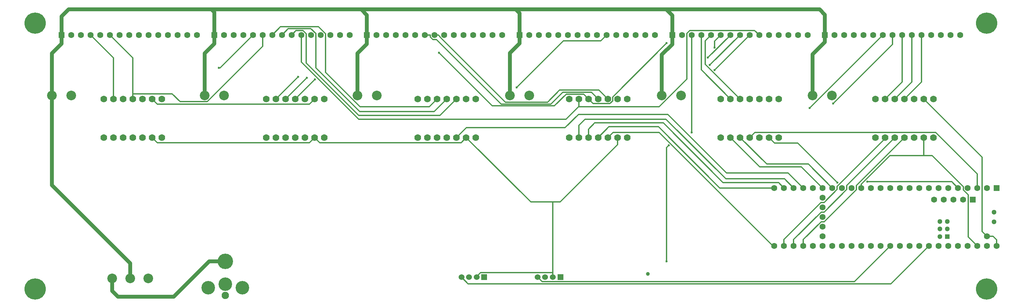
<source format=gbl>
%TF.GenerationSoftware,KiCad,Pcbnew,7.0.10-7.0.10~ubuntu22.04.1*%
%TF.CreationDate,2024-07-14T10:31:00-07:00*%
%TF.ProjectId,arena,6172656e-612e-46b6-9963-61645f706362,rev?*%
%TF.SameCoordinates,Original*%
%TF.FileFunction,Copper,L4,Bot*%
%TF.FilePolarity,Positive*%
%FSLAX46Y46*%
G04 Gerber Fmt 4.6, Leading zero omitted, Abs format (unit mm)*
G04 Created by KiCad (PCBNEW 7.0.10-7.0.10~ubuntu22.04.1) date 2024-07-14 10:31:00*
%MOMM*%
%LPD*%
G01*
G04 APERTURE LIST*
%TA.AperFunction,ComponentPad*%
%ADD10C,2.540000*%
%TD*%
%TA.AperFunction,ComponentPad*%
%ADD11R,1.600000X1.600000*%
%TD*%
%TA.AperFunction,ComponentPad*%
%ADD12C,1.600000*%
%TD*%
%TA.AperFunction,ComponentPad*%
%ADD13C,1.778000*%
%TD*%
%TA.AperFunction,ComponentPad*%
%ADD14C,3.556000*%
%TD*%
%TA.AperFunction,ComponentPad*%
%ADD15C,1.930400*%
%TD*%
%TA.AperFunction,ComponentPad*%
%ADD16C,4.064000*%
%TD*%
%TA.AperFunction,ComponentPad*%
%ADD17R,1.524000X1.524000*%
%TD*%
%TA.AperFunction,ComponentPad*%
%ADD18C,1.524000*%
%TD*%
%TA.AperFunction,ComponentPad*%
%ADD19C,5.600000*%
%TD*%
%TA.AperFunction,ComponentPad*%
%ADD20R,1.300000X1.300000*%
%TD*%
%TA.AperFunction,ComponentPad*%
%ADD21C,1.300000*%
%TD*%
%TA.AperFunction,ViaPad*%
%ADD22C,0.600000*%
%TD*%
%TA.AperFunction,ViaPad*%
%ADD23C,1.000000*%
%TD*%
%TA.AperFunction,Conductor*%
%ADD24C,0.300000*%
%TD*%
%TA.AperFunction,Conductor*%
%ADD25C,1.000000*%
%TD*%
G04 APERTURE END LIST*
D10*
%TO.P,C1,1*%
%TO.N,/VIN*%
X49460000Y-74000000D03*
%TO.P,C1,2*%
%TO.N,GND*%
X54540000Y-74000000D03*
%TD*%
%TO.P,C2,1*%
%TO.N,/VIN*%
X89530200Y-74000000D03*
%TO.P,C2,2*%
%TO.N,GND*%
X94610200Y-74000000D03*
%TD*%
%TO.P,C3,1*%
%TO.N,/VIN*%
X129680200Y-74000000D03*
%TO.P,C3,2*%
%TO.N,GND*%
X134760200Y-74000000D03*
%TD*%
%TO.P,C4,1*%
%TO.N,/VIN*%
X169710000Y-74000000D03*
%TO.P,C4,2*%
%TO.N,GND*%
X174790000Y-74000000D03*
%TD*%
%TO.P,C5,1*%
%TO.N,/VIN*%
X209630200Y-74000000D03*
%TO.P,C5,2*%
%TO.N,GND*%
X214710200Y-74000000D03*
%TD*%
D11*
%TO.P,P1,1*%
%TO.N,/VIN*%
X51970000Y-58100000D03*
D12*
%TO.P,P1,2*%
%TO.N,GND*%
X54510000Y-58100000D03*
%TO.P,P1,3*%
%TO.N,/RESET_PAN*%
X57050000Y-58100000D03*
%TO.P,P1,4*%
%TO.N,/SCK_0_5V*%
X59590000Y-58100000D03*
%TO.P,P1,5*%
%TO.N,/MOSI_0_5V*%
X62130000Y-58100000D03*
%TO.P,P1,6*%
%TO.N,/MISO_0_5V*%
X64670000Y-58100000D03*
%TO.P,P1,7*%
%TO.N,/CS_00_5V*%
X67210000Y-58100000D03*
%TO.P,P1,8*%
%TO.N,/CS_01_5V*%
X69750000Y-58100000D03*
%TO.P,P1,9*%
%TO.N,/CS_02_5V*%
X72290000Y-58100000D03*
%TO.P,P1,10*%
%TO.N,/CS_03_5V*%
X74830000Y-58100000D03*
%TO.P,P1,11*%
%TO.N,/CS_04_5V*%
X77370000Y-58100000D03*
%TO.P,P1,12*%
%TO.N,unconnected-(P1-Pad12)*%
X79910000Y-58100000D03*
%TO.P,P1,13*%
%TO.N,unconnected-(P1-Pad13)*%
X82450000Y-58100000D03*
%TO.P,P1,14*%
%TO.N,unconnected-(P1-Pad14)*%
X84990000Y-58100000D03*
%TO.P,P1,15*%
%TO.N,/EXT_INT_5V*%
X87530000Y-58100000D03*
%TD*%
D11*
%TO.P,P2,1*%
%TO.N,/VIN*%
X92070000Y-58100000D03*
D12*
%TO.P,P2,2*%
%TO.N,GND*%
X94610000Y-58100000D03*
%TO.P,P2,3*%
%TO.N,/RESET_PAN*%
X97150000Y-58100000D03*
%TO.P,P2,4*%
%TO.N,/SCK_0_5V*%
X99690000Y-58100000D03*
%TO.P,P2,5*%
%TO.N,/MOSI_0_5V*%
X102230000Y-58100000D03*
%TO.P,P2,6*%
%TO.N,/MISO_0_5V*%
X104770000Y-58100000D03*
%TO.P,P2,7*%
%TO.N,/CS_05_5V*%
X107310000Y-58100000D03*
%TO.P,P2,8*%
%TO.N,/CS_06_5V*%
X109850000Y-58100000D03*
%TO.P,P2,9*%
%TO.N,/CS_07_5V*%
X112390000Y-58100000D03*
%TO.P,P2,10*%
%TO.N,/CS_08_5V*%
X114930000Y-58100000D03*
%TO.P,P2,11*%
%TO.N,/CS_09_5V*%
X117470000Y-58100000D03*
%TO.P,P2,12*%
%TO.N,unconnected-(P2-Pad12)*%
X120010000Y-58100000D03*
%TO.P,P2,13*%
%TO.N,unconnected-(P2-Pad13)*%
X122550000Y-58100000D03*
%TO.P,P2,14*%
%TO.N,unconnected-(P2-Pad14)*%
X125090000Y-58100000D03*
%TO.P,P2,15*%
%TO.N,/EXT_INT_5V*%
X127630000Y-58100000D03*
%TD*%
D11*
%TO.P,P3,1*%
%TO.N,/VIN*%
X132170000Y-58100000D03*
D12*
%TO.P,P3,2*%
%TO.N,GND*%
X134710000Y-58100000D03*
%TO.P,P3,3*%
%TO.N,/RESET_PAN*%
X137250000Y-58100000D03*
%TO.P,P3,4*%
%TO.N,/SCK_0_5V*%
X139790000Y-58100000D03*
%TO.P,P3,5*%
%TO.N,/MOSI_0_5V*%
X142330000Y-58100000D03*
%TO.P,P3,6*%
%TO.N,/MISO_0_5V*%
X144870000Y-58100000D03*
%TO.P,P3,7*%
%TO.N,/CS_10_5V*%
X147410000Y-58100000D03*
%TO.P,P3,8*%
%TO.N,/CS_11_5V*%
X149950000Y-58100000D03*
%TO.P,P3,9*%
%TO.N,/CS_12_5V*%
X152490000Y-58100000D03*
%TO.P,P3,10*%
%TO.N,/CS_13_5V*%
X155030000Y-58100000D03*
%TO.P,P3,11*%
%TO.N,/CS_14_5V*%
X157570000Y-58100000D03*
%TO.P,P3,12*%
%TO.N,unconnected-(P3-Pad12)*%
X160110000Y-58100000D03*
%TO.P,P3,13*%
%TO.N,unconnected-(P3-Pad13)*%
X162650000Y-58100000D03*
%TO.P,P3,14*%
%TO.N,unconnected-(P3-Pad14)*%
X165190000Y-58100000D03*
%TO.P,P3,15*%
%TO.N,/EXT_INT_5V*%
X167730000Y-58100000D03*
%TD*%
D11*
%TO.P,P4,1*%
%TO.N,/VIN*%
X172270000Y-58100000D03*
D12*
%TO.P,P4,2*%
%TO.N,GND*%
X174810000Y-58100000D03*
%TO.P,P4,3*%
%TO.N,/RESET_PAN*%
X177350000Y-58100000D03*
%TO.P,P4,4*%
%TO.N,/SCK_1_5V*%
X179890000Y-58100000D03*
%TO.P,P4,5*%
%TO.N,/MOSI_1_5V*%
X182430000Y-58100000D03*
%TO.P,P4,6*%
%TO.N,/MISO_1_5V*%
X184970000Y-58100000D03*
%TO.P,P4,7*%
%TO.N,/CS_00_5V*%
X187510000Y-58100000D03*
%TO.P,P4,8*%
%TO.N,/CS_01_5V*%
X190050000Y-58100000D03*
%TO.P,P4,9*%
%TO.N,/CS_02_5V*%
X192590000Y-58100000D03*
%TO.P,P4,10*%
%TO.N,/CS_03_5V*%
X195130000Y-58100000D03*
%TO.P,P4,11*%
%TO.N,/CS_04_5V*%
X197670000Y-58100000D03*
%TO.P,P4,12*%
%TO.N,unconnected-(P4-Pad12)*%
X200210000Y-58100000D03*
%TO.P,P4,13*%
%TO.N,unconnected-(P4-Pad13)*%
X202750000Y-58100000D03*
%TO.P,P4,14*%
%TO.N,unconnected-(P4-Pad14)*%
X205290000Y-58100000D03*
%TO.P,P4,15*%
%TO.N,/EXT_INT_5V*%
X207830000Y-58100000D03*
%TD*%
D11*
%TO.P,P5,1*%
%TO.N,/VIN*%
X212370000Y-58100000D03*
D12*
%TO.P,P5,2*%
%TO.N,GND*%
X214910000Y-58100000D03*
%TO.P,P5,3*%
%TO.N,/RESET_PAN*%
X217450000Y-58100000D03*
%TO.P,P5,4*%
%TO.N,/SCK_1_5V*%
X219990000Y-58100000D03*
%TO.P,P5,5*%
%TO.N,/MOSI_1_5V*%
X222530000Y-58100000D03*
%TO.P,P5,6*%
%TO.N,/MISO_1_5V*%
X225070000Y-58100000D03*
%TO.P,P5,7*%
%TO.N,/CS_05_5V*%
X227610000Y-58100000D03*
%TO.P,P5,8*%
%TO.N,/CS_06_5V*%
X230150000Y-58100000D03*
%TO.P,P5,9*%
%TO.N,/CS_07_5V*%
X232690000Y-58100000D03*
%TO.P,P5,10*%
%TO.N,/CS_08_5V*%
X235230000Y-58100000D03*
%TO.P,P5,11*%
%TO.N,/CS_09_5V*%
X237770000Y-58100000D03*
%TO.P,P5,12*%
%TO.N,unconnected-(P5-Pad12)*%
X240310000Y-58100000D03*
%TO.P,P5,13*%
%TO.N,unconnected-(P5-Pad13)*%
X242850000Y-58100000D03*
%TO.P,P5,14*%
%TO.N,unconnected-(P5-Pad14)*%
X245390000Y-58100000D03*
%TO.P,P5,15*%
%TO.N,/EXT_INT_5V*%
X247930000Y-58100000D03*
%TD*%
D11*
%TO.P,P6,1*%
%TO.N,/VIN*%
X252470000Y-58100000D03*
D12*
%TO.P,P6,2*%
%TO.N,GND*%
X255010000Y-58100000D03*
%TO.P,P6,3*%
%TO.N,/RESET_PAN*%
X257550000Y-58100000D03*
%TO.P,P6,4*%
%TO.N,/SCK_1_5V*%
X260090000Y-58100000D03*
%TO.P,P6,5*%
%TO.N,/MOSI_1_5V*%
X262630000Y-58100000D03*
%TO.P,P6,6*%
%TO.N,/MISO_1_5V*%
X265170000Y-58100000D03*
%TO.P,P6,7*%
%TO.N,/CS_10_5V*%
X267710000Y-58100000D03*
%TO.P,P6,8*%
%TO.N,/CS_11_5V*%
X270250000Y-58100000D03*
%TO.P,P6,9*%
%TO.N,/CS_12_5V*%
X272790000Y-58100000D03*
%TO.P,P6,10*%
%TO.N,/CS_13_5V*%
X275330000Y-58100000D03*
%TO.P,P6,11*%
%TO.N,/CS_14_5V*%
X277870000Y-58100000D03*
%TO.P,P6,12*%
%TO.N,unconnected-(P6-Pad12)*%
X280410000Y-58100000D03*
%TO.P,P6,13*%
%TO.N,unconnected-(P6-Pad13)*%
X282950000Y-58100000D03*
%TO.P,P6,14*%
%TO.N,unconnected-(P6-Pad14)*%
X285490000Y-58100000D03*
%TO.P,P6,15*%
%TO.N,/EXT_INT_5V*%
X288030000Y-58100000D03*
%TD*%
D10*
%TO.P,SW1,1,A*%
%TO.N,/VIN_SW*%
X65250200Y-122200000D03*
%TO.P,SW1,2,B*%
%TO.N,/VIN*%
X70000000Y-122200000D03*
%TO.P,SW1,3,C*%
%TO.N,GND*%
X74749800Y-122200000D03*
%TD*%
D13*
%TO.P,U1,1,OE*%
%TO.N,unconnected-(U1-OE-Pad1)*%
X63060000Y-85080000D03*
%TO.P,U1,2,A1*%
%TO.N,/SCK_0_3V3*%
X65600000Y-85080000D03*
%TO.P,U1,3,A2*%
%TO.N,/MOSI_0_3V3*%
X68140000Y-85080000D03*
%TO.P,U1,4,A3*%
%TO.N,/MISO_0_3V3*%
X70680000Y-85080000D03*
%TO.P,U1,5,A4*%
%TO.N,unconnected-(U1-A4-Pad5)*%
X73220000Y-85080000D03*
%TO.P,U1,6,LV*%
%TO.N,/3V3*%
X75760000Y-85080000D03*
%TO.P,U1,7,GND*%
%TO.N,GND*%
X78300000Y-85080000D03*
%TO.P,U1,8,GND*%
X78300000Y-74920000D03*
%TO.P,U1,9,HV*%
%TO.N,/5V*%
X75760000Y-74920000D03*
%TO.P,U1,10,B4*%
%TO.N,unconnected-(U1-B4-Pad10)*%
X73220000Y-74920000D03*
%TO.P,U1,11,B3*%
%TO.N,/MISO_0_5V*%
X70680000Y-74920000D03*
%TO.P,U1,12,B2*%
%TO.N,/MOSI_0_5V*%
X68140000Y-74920000D03*
%TO.P,U1,13,B1*%
%TO.N,/SCK_0_5V*%
X65600000Y-74920000D03*
%TO.P,U1,14,OE*%
%TO.N,unconnected-(U1-OE-Pad14)*%
X63060000Y-74920000D03*
%TD*%
%TO.P,U2,1,OE*%
%TO.N,unconnected-(U2-OE-Pad1)*%
X225120000Y-85080000D03*
%TO.P,U2,2,A1*%
%TO.N,/SCK_1_3V3*%
X227660000Y-85080000D03*
%TO.P,U2,3,A2*%
%TO.N,/MOSI_1_3V3*%
X230200000Y-85080000D03*
%TO.P,U2,4,A3*%
%TO.N,/MISO_1_3V3*%
X232740000Y-85080000D03*
%TO.P,U2,5,A4*%
%TO.N,unconnected-(U2-A4-Pad5)*%
X235280000Y-85080000D03*
%TO.P,U2,6,LV*%
%TO.N,/3V3*%
X237820000Y-85080000D03*
%TO.P,U2,7,GND*%
%TO.N,GND*%
X240360000Y-85080000D03*
%TO.P,U2,8,GND*%
X240360000Y-74920000D03*
%TO.P,U2,9,HV*%
%TO.N,/5V*%
X237820000Y-74920000D03*
%TO.P,U2,10,B4*%
%TO.N,unconnected-(U2-B4-Pad10)*%
X235280000Y-74920000D03*
%TO.P,U2,11,B3*%
%TO.N,/MISO_1_5V*%
X232740000Y-74920000D03*
%TO.P,U2,12,B2*%
%TO.N,/MOSI_1_5V*%
X230200000Y-74920000D03*
%TO.P,U2,13,B1*%
%TO.N,/SCK_1_5V*%
X227660000Y-74920000D03*
%TO.P,U2,14,OE*%
%TO.N,unconnected-(U2-OE-Pad14)*%
X225120000Y-74920000D03*
%TD*%
%TO.P,U3,1,OE*%
%TO.N,unconnected-(U3-OE-Pad1)*%
X105740000Y-85080000D03*
%TO.P,U3,2,A1*%
%TO.N,/CS_00_3V3*%
X108280000Y-85080000D03*
%TO.P,U3,3,A2*%
%TO.N,/CS_01_3V3*%
X110820000Y-85080000D03*
%TO.P,U3,4,A3*%
%TO.N,/CS_02_3V3*%
X113360000Y-85080000D03*
%TO.P,U3,5,A4*%
%TO.N,/CS_03_3V3*%
X115900000Y-85080000D03*
%TO.P,U3,6,LV*%
%TO.N,/3V3*%
X118440000Y-85080000D03*
%TO.P,U3,7,GND*%
%TO.N,GND*%
X120980000Y-85080000D03*
%TO.P,U3,8,GND*%
X120980000Y-74920000D03*
%TO.P,U3,9,HV*%
%TO.N,/5V*%
X118440000Y-74920000D03*
%TO.P,U3,10,B4*%
%TO.N,/CS_03_5V*%
X115900000Y-74920000D03*
%TO.P,U3,11,B3*%
%TO.N,/CS_02_5V*%
X113360000Y-74920000D03*
%TO.P,U3,12,B2*%
%TO.N,/CS_01_5V*%
X110820000Y-74920000D03*
%TO.P,U3,13,B1*%
%TO.N,/CS_00_5V*%
X108280000Y-74920000D03*
%TO.P,U3,14,OE*%
%TO.N,unconnected-(U3-OE-Pad14)*%
X105740000Y-74920000D03*
%TD*%
%TO.P,U4,1,OE*%
%TO.N,unconnected-(U4-OE-Pad1)*%
X145560000Y-85080000D03*
%TO.P,U4,2,A1*%
%TO.N,/CS_04_3V3*%
X148100000Y-85080000D03*
%TO.P,U4,3,A2*%
%TO.N,/CS_05_3V3*%
X150640000Y-85080000D03*
%TO.P,U4,4,A3*%
%TO.N,/CS_06_3V3*%
X153180000Y-85080000D03*
%TO.P,U4,5,A4*%
%TO.N,/CS_07_3V3*%
X155720000Y-85080000D03*
%TO.P,U4,6,LV*%
%TO.N,/3V3*%
X158260000Y-85080000D03*
%TO.P,U4,7,GND*%
%TO.N,GND*%
X160800000Y-85080000D03*
%TO.P,U4,8,GND*%
X160800000Y-74920000D03*
%TO.P,U4,9,HV*%
%TO.N,/5V*%
X158260000Y-74920000D03*
%TO.P,U4,10,B4*%
%TO.N,/CS_07_5V*%
X155720000Y-74920000D03*
%TO.P,U4,11,B3*%
%TO.N,/CS_06_5V*%
X153180000Y-74920000D03*
%TO.P,U4,12,B2*%
%TO.N,/CS_05_5V*%
X150640000Y-74920000D03*
%TO.P,U4,13,B1*%
%TO.N,/CS_04_5V*%
X148100000Y-74920000D03*
%TO.P,U4,14,OE*%
%TO.N,unconnected-(U4-OE-Pad14)*%
X145560000Y-74920000D03*
%TD*%
%TO.P,U5,1,OE*%
%TO.N,unconnected-(U5-OE-Pad1)*%
X185300000Y-85080000D03*
%TO.P,U5,2,A1*%
%TO.N,/CS_08_3V3*%
X187840000Y-85080000D03*
%TO.P,U5,3,A2*%
%TO.N,/CS_09_3V3*%
X190380000Y-85080000D03*
%TO.P,U5,4,A3*%
%TO.N,/CS_10_3V3*%
X192920000Y-85080000D03*
%TO.P,U5,5,A4*%
%TO.N,/CS_11_3V3*%
X195460000Y-85080000D03*
%TO.P,U5,6,LV*%
%TO.N,/3V3*%
X198000000Y-85080000D03*
%TO.P,U5,7,GND*%
%TO.N,GND*%
X200540000Y-85080000D03*
%TO.P,U5,8,GND*%
X200540000Y-74920000D03*
%TO.P,U5,9,HV*%
%TO.N,/5V*%
X198000000Y-74920000D03*
%TO.P,U5,10,B4*%
%TO.N,/CS_11_5V*%
X195460000Y-74920000D03*
%TO.P,U5,11,B3*%
%TO.N,/CS_10_5V*%
X192920000Y-74920000D03*
%TO.P,U5,12,B2*%
%TO.N,/CS_09_5V*%
X190380000Y-74920000D03*
%TO.P,U5,13,B1*%
%TO.N,/CS_08_5V*%
X187840000Y-74920000D03*
%TO.P,U5,14,OE*%
%TO.N,unconnected-(U5-OE-Pad14)*%
X185300000Y-74920000D03*
%TD*%
%TO.P,U6,1,OE*%
%TO.N,unconnected-(U6-OE-Pad1)*%
X265790000Y-85080000D03*
%TO.P,U6,2,A1*%
%TO.N,/CS_12_3V3*%
X268330000Y-85080000D03*
%TO.P,U6,3,A2*%
%TO.N,/CS_13_3V3*%
X270870000Y-85080000D03*
%TO.P,U6,4,A3*%
%TO.N,/CS_14_3V3*%
X273410000Y-85080000D03*
%TO.P,U6,5,A4*%
%TO.N,unconnected-(U6-A4-Pad5)*%
X275950000Y-85080000D03*
%TO.P,U6,6,LV*%
%TO.N,/3V3*%
X278490000Y-85080000D03*
%TO.P,U6,7,GND*%
%TO.N,GND*%
X281030000Y-85080000D03*
%TO.P,U6,8,GND*%
X281030000Y-74920000D03*
%TO.P,U6,9,HV*%
%TO.N,/5V*%
X278490000Y-74920000D03*
%TO.P,U6,10,B4*%
%TO.N,unconnected-(U6-B4-Pad10)*%
X275950000Y-74920000D03*
%TO.P,U6,11,B3*%
%TO.N,/CS_14_5V*%
X273410000Y-74920000D03*
%TO.P,U6,12,B2*%
%TO.N,/CS_13_5V*%
X270870000Y-74920000D03*
%TO.P,U6,13,B1*%
%TO.N,/CS_12_5V*%
X268330000Y-74920000D03*
%TO.P,U6,14,OE*%
%TO.N,unconnected-(U6-OE-Pad14)*%
X265790000Y-74920000D03*
%TD*%
D14*
%TO.P,J1,*%
%TO.N,*%
X99495800Y-124670000D03*
D15*
X95000000Y-126676600D03*
D14*
X90504200Y-124670000D03*
D16*
%TO.P,J1,1*%
%TO.N,/VIN_SW*%
X95000000Y-117685000D03*
D14*
%TO.P,J1,2*%
%TO.N,GND*%
X95000000Y-123679400D03*
%TD*%
D17*
%TO.P,J2,1,Pin_1*%
%TO.N,GND*%
X163000000Y-121880000D03*
D18*
%TO.P,J2,2,Pin_2*%
%TO.N,/3V3*%
X161000000Y-121880000D03*
%TO.P,J2,3,Pin_3*%
%TO.N,/SDA*%
X159000000Y-121880000D03*
%TO.P,J2,4,Pin_4*%
%TO.N,/SCL*%
X157000000Y-121880000D03*
%TD*%
D19*
%TO.P,H1,1,1*%
%TO.N,GND*%
X45000000Y-55000000D03*
%TD*%
%TO.P,H2,1,1*%
%TO.N,GND*%
X45000000Y-125000000D03*
%TD*%
%TO.P,H4,1,1*%
%TO.N,GND*%
X295000000Y-55000000D03*
%TD*%
D11*
%TO.P,U7,1,GND*%
%TO.N,GND*%
X297610000Y-98368400D03*
D12*
%TO.P,U7,2,0_RX1_CRX2_CS1*%
%TO.N,unconnected-(U7-0_RX1_CRX2_CS1-Pad2)*%
X295070000Y-98368400D03*
%TO.P,U7,3,1_TX1_CTX2_MISO1*%
%TO.N,/MISO_1_3V3*%
X292530000Y-98368400D03*
%TO.P,U7,4,2_OUT2*%
%TO.N,unconnected-(U7-2_OUT2-Pad4)*%
X289990000Y-98368400D03*
%TO.P,U7,5,3_LRCLK2*%
%TO.N,/CS_00_3V3*%
X287450000Y-98368400D03*
%TO.P,U7,6,4_BCLK2*%
%TO.N,/CS_01_3V3*%
X284910000Y-98368400D03*
%TO.P,U7,7,5_IN2*%
%TO.N,/CS_02_3V3*%
X282370000Y-98368400D03*
%TO.P,U7,8,6_OUT1D*%
%TO.N,/CS_03_3V3*%
X279830000Y-98368400D03*
%TO.P,U7,9,7_RX2_OUT1A*%
%TO.N,/CS_04_3V3*%
X277290000Y-98368400D03*
%TO.P,U7,10,8_TX2_IN1*%
%TO.N,/CS_05_3V3*%
X274750000Y-98368400D03*
%TO.P,U7,11,9_OUT1C*%
%TO.N,/CS_06_3V3*%
X272210000Y-98368400D03*
%TO.P,U7,12,10_CS_MQSR*%
%TO.N,unconnected-(U7-10_CS_MQSR-Pad12)*%
X269670000Y-98368400D03*
%TO.P,U7,13,11_MOSI_CTX1*%
%TO.N,/MOSI_0_3V3*%
X267130000Y-98368400D03*
%TO.P,U7,14,12_MISO_MQSL*%
%TO.N,/MISO_0_3V3*%
X264590000Y-98368400D03*
%TO.P,U7,15,3V3*%
%TO.N,/3V3*%
X262050000Y-98368400D03*
%TO.P,U7,16,24_A10_TX6_SCL2*%
%TO.N,unconnected-(U7-24_A10_TX6_SCL2-Pad16)*%
X259510000Y-98368400D03*
%TO.P,U7,17,25_A11_RX6_SDA2*%
%TO.N,unconnected-(U7-25_A11_RX6_SDA2-Pad17)*%
X256970000Y-98368400D03*
%TO.P,U7,18,26_A12_MOSI1*%
%TO.N,/MOSI_1_3V3*%
X254430000Y-98368400D03*
%TO.P,U7,19,27_A13_SCK1*%
%TO.N,/SCK_1_3V3*%
X251890000Y-98368400D03*
%TO.P,U7,20,28_RX7*%
%TO.N,unconnected-(U7-28_RX7-Pad20)*%
X249350000Y-98368400D03*
%TO.P,U7,21,29_TX7*%
%TO.N,/CS_07_3V3*%
X246810000Y-98368400D03*
%TO.P,U7,22,30_CRX3*%
%TO.N,/CS_08_3V3*%
X244270000Y-98368400D03*
%TO.P,U7,23,31_CTX3*%
%TO.N,/CS_09_3V3*%
X241730000Y-98368400D03*
%TO.P,U7,24,32_OUT1B*%
%TO.N,/CS_10_3V3*%
X239190000Y-98368400D03*
%TO.P,U7,25,33_MCLK2*%
%TO.N,/CS_11_3V3*%
X239190000Y-113608400D03*
%TO.P,U7,26,34_RX8*%
%TO.N,/CS_12_3V3*%
X241730000Y-113608400D03*
%TO.P,U7,27,35_TX8*%
%TO.N,/CS_13_3V3*%
X244270000Y-113608400D03*
%TO.P,U7,28,36_CS*%
%TO.N,/CS_14_3V3*%
X246810000Y-113608400D03*
%TO.P,U7,29,37_CS*%
%TO.N,/RESET*%
X249350000Y-113608400D03*
%TO.P,U7,30,38_CS1_IN1*%
%TO.N,unconnected-(U7-38_CS1_IN1-Pad30)*%
X251890000Y-113608400D03*
%TO.P,U7,31,39_MISO1_OUT1A*%
%TO.N,unconnected-(U7-39_MISO1_OUT1A-Pad31)*%
X254430000Y-113608400D03*
%TO.P,U7,32,40_A16*%
%TO.N,unconnected-(U7-40_A16-Pad32)*%
X256970000Y-113608400D03*
%TO.P,U7,33,41_A17*%
%TO.N,unconnected-(U7-41_A17-Pad33)*%
X259510000Y-113608400D03*
%TO.P,U7,34,GND*%
%TO.N,GND*%
X262050000Y-113608400D03*
%TO.P,U7,35,13_SCK_LED*%
%TO.N,/SCK_0_3V3*%
X264590000Y-113608400D03*
%TO.P,U7,36,14_A0_TX3_SPDIF_OUT*%
%TO.N,/A0*%
X267130000Y-113608400D03*
%TO.P,U7,37,15_A1_RX3_SPDIF_IN*%
%TO.N,/A1*%
X269670000Y-113608400D03*
%TO.P,U7,38,16_A2_RX4_SCL1*%
%TO.N,unconnected-(U7-16_A2_RX4_SCL1-Pad38)*%
X272210000Y-113608400D03*
%TO.P,U7,39,17_A3_TX4_SDA1*%
%TO.N,unconnected-(U7-17_A3_TX4_SDA1-Pad39)*%
X274750000Y-113608400D03*
%TO.P,U7,40,18_A4_SDA*%
%TO.N,/SDA*%
X277290000Y-113608400D03*
%TO.P,U7,41,19_A5_SCL*%
%TO.N,/SCL*%
X279830000Y-113608400D03*
%TO.P,U7,42,20_A6_TX5_LRCLK1*%
%TO.N,unconnected-(U7-20_A6_TX5_LRCLK1-Pad42)*%
X282370000Y-113608400D03*
%TO.P,U7,43,21_A7_RX5_BCLK1*%
%TO.N,unconnected-(U7-21_A7_RX5_BCLK1-Pad43)*%
X284910000Y-113608400D03*
%TO.P,U7,44,22_A8_CTX1*%
%TO.N,unconnected-(U7-22_A8_CTX1-Pad44)*%
X287450000Y-113608400D03*
%TO.P,U7,45,23_A9_CRX1_MCLK1*%
%TO.N,unconnected-(U7-23_A9_CRX1_MCLK1-Pad45)*%
X289990000Y-113608400D03*
%TO.P,U7,46,3V3*%
%TO.N,/3V3*%
X292530000Y-113608400D03*
%TO.P,U7,47,GND*%
%TO.N,GND*%
X295070000Y-113608400D03*
%TO.P,U7,48,VIN*%
%TO.N,/5V*%
X297610000Y-113608400D03*
%TO.P,U7,49,VUSB*%
X295070000Y-111068400D03*
%TO.P,U7,50,VBAT*%
%TO.N,unconnected-(U7-VBAT-Pad50)*%
X251890000Y-100908400D03*
%TO.P,U7,51,3V3*%
%TO.N,unconnected-(U7-3V3-Pad51)*%
X251890000Y-103448400D03*
%TO.P,U7,52,GND*%
%TO.N,unconnected-(U7-GND-Pad52)*%
X251890000Y-105988400D03*
%TO.P,U7,53,PROGRAM*%
%TO.N,unconnected-(U7-PROGRAM-Pad53)*%
X251890000Y-108528400D03*
%TO.P,U7,54,ON_OFF*%
%TO.N,unconnected-(U7-ON_OFF-Pad54)*%
X251890000Y-111068400D03*
D11*
%TO.P,U7,55,5V*%
%TO.N,unconnected-(U7-5V-Pad55)*%
X291310800Y-101419200D03*
D12*
%TO.P,U7,56,D-*%
%TO.N,unconnected-(U7-D--Pad56)*%
X288770800Y-101419200D03*
%TO.P,U7,57,D+*%
%TO.N,unconnected-(U7-D+-Pad57)*%
X286230800Y-101419200D03*
%TO.P,U7,58,GND*%
%TO.N,unconnected-(U7-GND-Pad58)*%
X283690800Y-101419200D03*
%TO.P,U7,59,GND*%
%TO.N,unconnected-(U7-GND-Pad59)*%
X281150800Y-101419200D03*
D20*
%TO.P,U7,60,R+*%
%TO.N,unconnected-(U7-R+-Pad60)*%
X284640000Y-111170000D03*
D21*
%TO.P,U7,61,LED*%
%TO.N,unconnected-(U7-LED-Pad61)*%
X284640000Y-109170000D03*
%TO.P,U7,62,T-*%
%TO.N,unconnected-(U7-T--Pad62)*%
X284640000Y-107170000D03*
%TO.P,U7,63,T+*%
%TO.N,unconnected-(U7-T+-Pad63)*%
X282640000Y-107170000D03*
%TO.P,U7,64,GND*%
%TO.N,unconnected-(U7-GND-Pad64)*%
X282640000Y-109170000D03*
%TO.P,U7,65,R-*%
%TO.N,unconnected-(U7-R--Pad65)*%
X282640000Y-111170000D03*
%TO.P,U7,66,D-*%
%TO.N,unconnected-(U7-D--Pad66)*%
X296880000Y-107258400D03*
%TO.P,U7,67,D+*%
%TO.N,unconnected-(U7-D+-Pad67)*%
X296880000Y-104718400D03*
%TD*%
D19*
%TO.P,H3,1,1*%
%TO.N,GND*%
X295000000Y-125000000D03*
%TD*%
D17*
%TO.P,J3,1,Pin_1*%
%TO.N,GND*%
X183000000Y-121850000D03*
D18*
%TO.P,J3,2,Pin_2*%
%TO.N,/3V3*%
X181000000Y-121850000D03*
%TO.P,J3,3,Pin_3*%
%TO.N,/A0*%
X179000000Y-121850000D03*
%TO.P,J3,4,Pin_4*%
%TO.N,/A1*%
X177000000Y-121850000D03*
%TD*%
D10*
%TO.P,C6,1*%
%TO.N,/VIN*%
X249260000Y-74000000D03*
%TO.P,C6,2*%
%TO.N,GND*%
X254340000Y-74000000D03*
%TD*%
D22*
%TO.N,/3V3*%
X255771200Y-96987900D03*
%TO.N,/MISO_1_5V*%
X223458600Y-61395000D03*
%TO.N,/CS_00_5V*%
X114100000Y-69100000D03*
%TO.N,/CS_01_5V*%
X116370000Y-69370000D03*
%TO.N,/CS_02_5V*%
X118515000Y-69765000D03*
%TO.N,/CS_03_5V*%
X171514950Y-71914950D03*
%TO.N,/MOSI_0_5V*%
X93250000Y-66750000D03*
%TO.N,/CS_05_5V*%
X221720500Y-64052500D03*
%TO.N,/CS_06_5V*%
X222240400Y-66009600D03*
%TO.N,/CS_07_5V*%
X223501300Y-67288700D03*
%TO.N,/CS_09_5V*%
X151085000Y-62723600D03*
X210918000Y-60211500D03*
%TO.N,/RESET_PAN*%
X211443700Y-87165200D03*
X210917600Y-117672900D03*
X217450000Y-83750000D03*
D23*
%TO.N,GND*%
X206000000Y-121000000D03*
D22*
%TO.N,/CS_10_5V*%
X248494600Y-77315400D03*
%TO.N,/CS_11_5V*%
X254667700Y-76161200D03*
%TO.N,/CS_00_3V3*%
X263658400Y-96694100D03*
%TD*%
D24*
%TO.N,/3V3*%
X269533800Y-89876500D02*
X278490000Y-89876500D01*
X161000000Y-121659700D02*
X162027800Y-120631900D01*
X198000000Y-87000000D02*
X198000000Y-85080000D01*
X181000000Y-120631900D02*
X181000000Y-102080000D01*
X118440000Y-85080000D02*
X119779200Y-86419200D01*
X182920000Y-102080000D02*
X198000000Y-87000000D01*
X280653200Y-89876500D02*
X288839800Y-98063100D01*
X262050000Y-97360300D02*
X269533800Y-89876500D01*
X278490000Y-89876500D02*
X278490000Y-85080000D01*
X75760000Y-85080000D02*
X77099200Y-86419200D01*
X162027800Y-120631900D02*
X181000000Y-120631900D01*
X239261900Y-86521900D02*
X237820000Y-85080000D01*
X175260000Y-102080000D02*
X158260000Y-85080000D01*
X255771200Y-96987900D02*
X245305200Y-86521900D01*
X181000000Y-102080000D02*
X182920000Y-102080000D01*
X181000000Y-102080000D02*
X175260000Y-102080000D01*
X288839800Y-98063100D02*
X288839800Y-98892000D01*
X181000000Y-121850000D02*
X181000000Y-120631900D01*
X278490000Y-89876500D02*
X280653200Y-89876500D01*
X161000000Y-121880000D02*
X161000000Y-121659700D01*
X290160600Y-100212800D02*
X290160600Y-111239000D01*
X262050000Y-98368400D02*
X262050000Y-97360300D01*
X156920800Y-86419200D02*
X158260000Y-85080000D01*
X245305200Y-86521900D02*
X239261900Y-86521900D01*
X77099200Y-86419200D02*
X117100800Y-86419200D01*
X288839800Y-98892000D02*
X290160600Y-100212800D01*
X290160600Y-111239000D02*
X292530000Y-113608400D01*
X117100800Y-86419200D02*
X118440000Y-85080000D01*
X119779200Y-86419200D02*
X156920800Y-86419200D01*
%TO.N,/5V*%
X297610000Y-113608400D02*
X297610000Y-112060000D01*
X278490000Y-74920000D02*
X293800000Y-90230000D01*
X75760000Y-74920000D02*
X77110700Y-76270700D01*
X117089300Y-76270700D02*
X118440000Y-74920000D01*
X293800000Y-109798400D02*
X295070000Y-111068400D01*
X296618400Y-111068400D02*
X295070000Y-111068400D01*
X293800000Y-90230000D02*
X293800000Y-109798400D01*
X297610000Y-112060000D02*
X296618400Y-111068400D01*
X77110700Y-76270700D02*
X117089300Y-76270700D01*
D25*
%TO.N,/VIN*%
X91310000Y-51300000D02*
X91320000Y-51310000D01*
X212370000Y-52930000D02*
X212370000Y-58100000D01*
X252470000Y-58100000D02*
X252470000Y-59950000D01*
X129680000Y-68561800D02*
X129680000Y-74000000D01*
X210780000Y-51340000D02*
X212370000Y-52930000D01*
D24*
X209630000Y-68644900D02*
X209630200Y-68645100D01*
D25*
X251060000Y-51340000D02*
X252470000Y-52750000D01*
X210780000Y-51340000D02*
X251060000Y-51340000D01*
X91310000Y-51300000D02*
X91320000Y-51310000D01*
X91320000Y-51310000D02*
X92070000Y-52060000D01*
X89530200Y-62899800D02*
X89530200Y-74000000D01*
X51970000Y-60400000D02*
X51970000Y-58100000D01*
X70000000Y-118170000D02*
X49460000Y-97630000D01*
X209630000Y-63289800D02*
X209630000Y-68644900D01*
X130670000Y-51310000D02*
X171280000Y-51310000D01*
X210750000Y-51310000D02*
X210780000Y-51340000D01*
D24*
X209630200Y-68645100D02*
X209630200Y-74000000D01*
D25*
X209630000Y-68644900D02*
X209630000Y-74000000D01*
X210750000Y-51310000D02*
X210780000Y-51340000D01*
X92070000Y-52060000D02*
X92070000Y-58100000D01*
X132170000Y-58100000D02*
X132170000Y-60460000D01*
X49460000Y-62910000D02*
X51970000Y-60400000D01*
X172270000Y-58100000D02*
X172270000Y-60270000D01*
X49460000Y-74000000D02*
X49460000Y-62910000D01*
X172270000Y-60270000D02*
X169710000Y-62830000D01*
X92070000Y-60360000D02*
X89530200Y-62899800D01*
X172270000Y-58100000D02*
X172270000Y-52300000D01*
X132170000Y-60460000D02*
X129680000Y-62949800D01*
X252470000Y-52750000D02*
X252470000Y-58100000D01*
X169710000Y-62830000D02*
X169710000Y-74000000D01*
X51970000Y-58100000D02*
X51970000Y-53160000D01*
X70000000Y-122200000D02*
X70000000Y-118170000D01*
X132170000Y-52810000D02*
X132170000Y-58100000D01*
X91320000Y-51310000D02*
X130670000Y-51310000D01*
X92070000Y-58100000D02*
X92070000Y-60360000D01*
D24*
X129680000Y-68561800D02*
X129680200Y-68562000D01*
D25*
X249260000Y-63160000D02*
X249260000Y-74000000D01*
X172270000Y-52300000D02*
X171280000Y-51310000D01*
X212370000Y-60550000D02*
X209630000Y-63289800D01*
X252470000Y-59950000D02*
X249260000Y-63160000D01*
X53830000Y-51300000D02*
X91310000Y-51300000D01*
X171280000Y-51310000D02*
X210750000Y-51310000D01*
X129680000Y-62949800D02*
X129680000Y-68561800D01*
X51970000Y-53160000D02*
X53830000Y-51300000D01*
X49460000Y-97630000D02*
X49460000Y-74000000D01*
X130670000Y-51310000D02*
X132170000Y-52810000D01*
X212370000Y-58100000D02*
X212370000Y-60550000D01*
D24*
X129680200Y-68562000D02*
X129680200Y-74000000D01*
D25*
%TO.N,/VIN_SW*%
X81450000Y-127020000D02*
X66740000Y-127020000D01*
X90785000Y-117685000D02*
X81450000Y-127020000D01*
X95000000Y-117685000D02*
X90785000Y-117685000D01*
X66740000Y-127020000D02*
X65250200Y-125530000D01*
X65250200Y-125530000D02*
X65250200Y-122200000D01*
D24*
%TO.N,/MISO_0_5V*%
X70680000Y-73561600D02*
X70680000Y-74920000D01*
X64670000Y-58100000D02*
X70680000Y-64110000D01*
X90224400Y-75633600D02*
X83117100Y-75633600D01*
X83117100Y-75633600D02*
X81045100Y-73561600D01*
X104770000Y-58100000D02*
X104770000Y-61088000D01*
X70680000Y-64110000D02*
X70680000Y-73561600D01*
X81045100Y-73561600D02*
X70680000Y-73561600D01*
X104770000Y-61088000D02*
X90224400Y-75633600D01*
%TO.N,/SCL*%
X158725700Y-123605700D02*
X269832700Y-123605700D01*
X157000000Y-121880000D02*
X158725700Y-123605700D01*
X269832700Y-123605700D02*
X279830000Y-113608400D01*
%TO.N,/MISO_1_3V3*%
X234089100Y-83730900D02*
X281618100Y-83730900D01*
X281618100Y-83730900D02*
X292530000Y-94642800D01*
X292530000Y-94642800D02*
X292530000Y-98368400D01*
X232740000Y-85080000D02*
X234089100Y-83730900D01*
%TO.N,/MISO_1_5V*%
X223458600Y-59711400D02*
X223458600Y-61395000D01*
X225070000Y-58100000D02*
X223458600Y-59711400D01*
%TO.N,/A1*%
X178218600Y-123068600D02*
X260209800Y-123068600D01*
X260209800Y-123068600D02*
X269670000Y-113608400D01*
X177000000Y-121850000D02*
X178218600Y-123068600D01*
%TO.N,/CS_00_5V*%
X114100000Y-69100000D02*
X108280000Y-74920000D01*
%TO.N,/CS_01_5V*%
X116370000Y-69370000D02*
X110820000Y-74920000D01*
%TO.N,/CS_02_5V*%
X118515000Y-69765000D02*
X113360000Y-74920000D01*
%TO.N,/CS_03_5V*%
X183826200Y-59603700D02*
X193626300Y-59603700D01*
X193626300Y-59603700D02*
X195130000Y-58100000D01*
X171514950Y-71914950D02*
X183826200Y-59603700D01*
%TO.N,/MOSI_0_5V*%
X93580000Y-66750000D02*
X102230000Y-58100000D01*
X93250000Y-66750000D02*
X93580000Y-66750000D01*
%TO.N,/CS_05_5V*%
X227610000Y-58163000D02*
X221720500Y-64052500D01*
X121280000Y-57729300D02*
X119476500Y-55925800D01*
X121280000Y-67899094D02*
X121280000Y-57729300D01*
X150640000Y-74920000D02*
X148560000Y-77000000D01*
X109484200Y-55925800D02*
X107310000Y-58100000D01*
X130380906Y-77000000D02*
X121280000Y-67899094D01*
X119476500Y-55925800D02*
X109484200Y-55925800D01*
X227610000Y-58100000D02*
X227610000Y-58163000D01*
X148560000Y-77000000D02*
X130380906Y-77000000D01*
%TO.N,/MOSI_1_3V3*%
X237198200Y-92078200D02*
X230200000Y-85080000D01*
X248139800Y-92078200D02*
X237198200Y-92078200D01*
X254430000Y-98368400D02*
X248139800Y-92078200D01*
%TO.N,/MOSI_1_5V*%
X221047600Y-65767600D02*
X230200000Y-74920000D01*
X221047600Y-59582400D02*
X221047600Y-65767600D01*
X222530000Y-58100000D02*
X221047600Y-59582400D01*
%TO.N,/CS_06_5V*%
X149850000Y-78250000D02*
X130250000Y-78250000D01*
X230150000Y-58100000D02*
X222240400Y-66009600D01*
X130250000Y-78250000D02*
X118740000Y-66740000D01*
X118740000Y-57713100D02*
X117452800Y-56425900D01*
X117452800Y-56425900D02*
X111524100Y-56425900D01*
X111524100Y-56425900D02*
X109850000Y-58100000D01*
X118740000Y-66740000D02*
X118740000Y-57713100D01*
X153180000Y-74920000D02*
X149850000Y-78250000D01*
%TO.N,/CS_07_5V*%
X115397400Y-56939300D02*
X113550700Y-56939300D01*
X155720000Y-74920000D02*
X151390000Y-79250000D01*
X151390000Y-79250000D02*
X130000000Y-79250000D01*
X116200000Y-57741900D02*
X115397400Y-56939300D01*
X130000000Y-79250000D02*
X116200000Y-65450000D01*
X232690000Y-58100000D02*
X223501300Y-67288700D01*
X116200000Y-65450000D02*
X116200000Y-57741900D01*
X113550700Y-56939300D02*
X112390000Y-58100000D01*
%TO.N,/CS_08_5V*%
X208922300Y-77000000D02*
X187840000Y-77000000D01*
X216999100Y-56908600D02*
X216250800Y-57656900D01*
X235230000Y-58100000D02*
X234038600Y-56908600D01*
X216250800Y-57656900D02*
X216250800Y-69671500D01*
X114930000Y-65180000D02*
X114930000Y-58100000D01*
X234038600Y-56908600D02*
X216999100Y-56908600D01*
X187840000Y-77000000D02*
X187840000Y-74920000D01*
X187840000Y-76910000D02*
X184500000Y-80250000D01*
X187840000Y-74920000D02*
X187840000Y-76910000D01*
X216250800Y-69671500D02*
X208922300Y-77000000D01*
X130000000Y-80250000D02*
X114930000Y-65180000D01*
X184500000Y-80250000D02*
X130000000Y-80250000D01*
%TO.N,/CS_09_5V*%
X189125800Y-73665800D02*
X190380000Y-74920000D01*
X190380000Y-74920000D02*
X191621000Y-76161000D01*
X165121000Y-76759600D02*
X181421100Y-76759600D01*
X181421100Y-76759600D02*
X184514900Y-73665800D01*
X151085000Y-62723600D02*
X165121000Y-76759600D01*
X196024500Y-76161000D02*
X196730000Y-75455500D01*
X184514900Y-73665800D02*
X189125800Y-73665800D01*
X191621000Y-76161000D02*
X196024500Y-76161000D01*
X196730000Y-74399500D02*
X210918000Y-60211500D01*
X196730000Y-75455500D02*
X196730000Y-74399500D01*
%TO.N,/RESET_PAN*%
X210917600Y-87691300D02*
X211443700Y-87165200D01*
X217450000Y-83750000D02*
X217450000Y-58100000D01*
X210917600Y-117672900D02*
X210917600Y-87691300D01*
%TO.N,/SCK_0_5V*%
X65600000Y-64110000D02*
X65600000Y-74920000D01*
X59590000Y-58100000D02*
X65600000Y-64110000D01*
%TO.N,/SCK_1_3V3*%
X251890000Y-98368400D02*
X246292600Y-92771000D01*
X246292600Y-92771000D02*
X235351000Y-92771000D01*
X235351000Y-92771000D02*
X227660000Y-85080000D01*
%TO.N,/SCK_1_5V*%
X219990000Y-67250000D02*
X227660000Y-74920000D01*
X219990000Y-58100000D02*
X219990000Y-67250000D01*
%TO.N,/CS_10_5V*%
X183600600Y-73165600D02*
X180506800Y-76259400D01*
X192920000Y-74920000D02*
X191165600Y-73165600D01*
X180506800Y-76259400D02*
X167459400Y-76259400D01*
X267710000Y-58100000D02*
X248494600Y-77315400D01*
X150450000Y-59250000D02*
X149473654Y-59250000D01*
X167459400Y-76259400D02*
X150450000Y-59250000D01*
X148800000Y-58576346D02*
X148800000Y-58100000D01*
X148800000Y-58100000D02*
X147410000Y-58100000D01*
X149473654Y-59250000D02*
X148800000Y-58576346D01*
X191165600Y-73165600D02*
X183600600Y-73165600D01*
%TO.N,/CS_11_5V*%
X193146400Y-72606400D02*
X182778200Y-72606400D01*
X152013654Y-59250000D02*
X151340000Y-58576346D01*
X151340000Y-58540000D02*
X150900000Y-58100000D01*
X168559200Y-75759200D02*
X152050000Y-59250000D01*
X182778200Y-72606400D02*
X179625400Y-75759200D01*
X152050000Y-59250000D02*
X152013654Y-59250000D01*
X150900000Y-58100000D02*
X149950000Y-58100000D01*
X270250000Y-58100000D02*
X270250000Y-60578900D01*
X179625400Y-75759200D02*
X168559200Y-75759200D01*
X151340000Y-58576346D02*
X151340000Y-58540000D01*
X195460000Y-74920000D02*
X193146400Y-72606400D01*
X270250000Y-60578900D02*
X254667700Y-76161200D01*
%TO.N,/CS_12_5V*%
X272790000Y-58100000D02*
X272790000Y-70460000D01*
X272790000Y-70460000D02*
X268330000Y-74920000D01*
%TO.N,/CS_13_5V*%
X275330000Y-58100000D02*
X275330000Y-70460000D01*
X275330000Y-70460000D02*
X270870000Y-74920000D01*
%TO.N,/CS_14_5V*%
X277870000Y-70460000D02*
X273410000Y-74920000D01*
X277870000Y-58100000D02*
X277870000Y-70460000D01*
%TO.N,/CS_00_3V3*%
X285775700Y-96694100D02*
X263658400Y-96694100D01*
X287450000Y-98368400D02*
X285775700Y-96694100D01*
%TO.N,/CS_07_3V3*%
X242827100Y-94385500D02*
X226635500Y-94385500D01*
X226635500Y-94385500D02*
X211250000Y-79000000D01*
X184250000Y-82500000D02*
X158300000Y-82500000D01*
X246810000Y-98368400D02*
X242827100Y-94385500D01*
X211250000Y-79000000D02*
X187750000Y-79000000D01*
X187750000Y-79000000D02*
X184250000Y-82500000D01*
X158300000Y-82500000D02*
X155720000Y-85080000D01*
%TO.N,/CS_08_3V3*%
X187840000Y-81910000D02*
X187840000Y-85080000D01*
X226469700Y-95969700D02*
X210750000Y-80250000D01*
X189500000Y-80250000D02*
X187840000Y-81910000D01*
X241871300Y-95969700D02*
X226469700Y-95969700D01*
X244270000Y-98368400D02*
X241871300Y-95969700D01*
X210750000Y-80250000D02*
X189500000Y-80250000D01*
%TO.N,/CS_09_3V3*%
X190380000Y-82870000D02*
X190380000Y-85080000D01*
X225738400Y-96988400D02*
X210000000Y-81250000D01*
X210000000Y-81250000D02*
X192000000Y-81250000D01*
X240350000Y-96988400D02*
X225738400Y-96988400D01*
X192000000Y-81250000D02*
X190380000Y-82870000D01*
X241730000Y-98368400D02*
X240350000Y-96988400D01*
%TO.N,/CS_10_3V3*%
X224868400Y-98368400D02*
X239190000Y-98368400D01*
X192920000Y-85080000D02*
X195750000Y-82250000D01*
X195750000Y-82250000D02*
X208750000Y-82250000D01*
X208750000Y-82250000D02*
X224868400Y-98368400D01*
%TO.N,/CS_11_3V3*%
X208939400Y-83711200D02*
X238836600Y-113608400D01*
X238836600Y-113608400D02*
X239190000Y-113608400D01*
X195460000Y-85080000D02*
X196828800Y-83711200D01*
X196828800Y-83711200D02*
X208939400Y-83711200D01*
%TO.N,/CS_12_3V3*%
X268330000Y-85365100D02*
X255700000Y-97995100D01*
X251480500Y-102178400D02*
X241730000Y-111928900D01*
X241730000Y-111928900D02*
X241730000Y-113608400D01*
X252295700Y-102178400D02*
X251480500Y-102178400D01*
X255700000Y-97995100D02*
X255700000Y-98774100D01*
X255700000Y-98774100D02*
X252295700Y-102178400D01*
X268330000Y-85080000D02*
X268330000Y-85365100D01*
%TO.N,/CS_13_3V3*%
X270870000Y-85080000D02*
X258240000Y-97710000D01*
X244270000Y-111949500D02*
X244270000Y-113608400D01*
X258240000Y-97710000D02*
X258240000Y-98776700D01*
X252298300Y-104718400D02*
X251501100Y-104718400D01*
X251501100Y-104718400D02*
X244270000Y-111949500D01*
X258240000Y-98776700D02*
X252298300Y-104718400D01*
%TO.N,/CS_14_3V3*%
X246810000Y-111939200D02*
X246810000Y-113608400D01*
X260780000Y-98790500D02*
X252312100Y-107258400D01*
X260780000Y-97710000D02*
X260780000Y-98790500D01*
X252312100Y-107258400D02*
X251490800Y-107258400D01*
X251490800Y-107258400D02*
X246810000Y-111939200D01*
X273410000Y-85080000D02*
X260780000Y-97710000D01*
%TD*%
M02*

</source>
